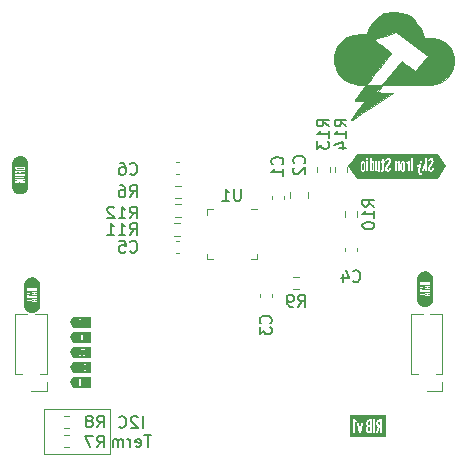
<source format=gbo>
%TF.GenerationSoftware,KiCad,Pcbnew,6.0.9-8da3e8f707~117~ubuntu22.04.1*%
%TF.CreationDate,2022-12-08T12:31:12-05:00*%
%TF.ProjectId,kicad_circular_tracks_test,6b696361-645f-4636-9972-63756c61725f,rev?*%
%TF.SameCoordinates,Original*%
%TF.FileFunction,Legend,Bot*%
%TF.FilePolarity,Positive*%
%FSLAX46Y46*%
G04 Gerber Fmt 4.6, Leading zero omitted, Abs format (unit mm)*
G04 Created by KiCad (PCBNEW 6.0.9-8da3e8f707~117~ubuntu22.04.1) date 2022-12-08 12:31:12*
%MOMM*%
%LPD*%
G01*
G04 APERTURE LIST*
%ADD10C,0.120000*%
%ADD11C,0.150000*%
%ADD12C,0.010000*%
G04 APERTURE END LIST*
D10*
X139700000Y-114808000D02*
X134112000Y-114808000D01*
X134112000Y-114808000D02*
X134112000Y-118618000D01*
X134112000Y-118618000D02*
X139700000Y-118618000D01*
X139700000Y-118618000D02*
X139700000Y-114808000D01*
D11*
X142454190Y-116397380D02*
X142454190Y-115397380D01*
X142025619Y-115492619D02*
X141978000Y-115445000D01*
X141882761Y-115397380D01*
X141644666Y-115397380D01*
X141549428Y-115445000D01*
X141501809Y-115492619D01*
X141454190Y-115587857D01*
X141454190Y-115683095D01*
X141501809Y-115825952D01*
X142073238Y-116397380D01*
X141454190Y-116397380D01*
X140454190Y-116302142D02*
X140501809Y-116349761D01*
X140644666Y-116397380D01*
X140739904Y-116397380D01*
X140882761Y-116349761D01*
X140978000Y-116254523D01*
X141025619Y-116159285D01*
X141073238Y-115968809D01*
X141073238Y-115825952D01*
X141025619Y-115635476D01*
X140978000Y-115540238D01*
X140882761Y-115445000D01*
X140739904Y-115397380D01*
X140644666Y-115397380D01*
X140501809Y-115445000D01*
X140454190Y-115492619D01*
X143168476Y-117007380D02*
X142597047Y-117007380D01*
X142882761Y-118007380D02*
X142882761Y-117007380D01*
X141882761Y-117959761D02*
X141978000Y-118007380D01*
X142168476Y-118007380D01*
X142263714Y-117959761D01*
X142311333Y-117864523D01*
X142311333Y-117483571D01*
X142263714Y-117388333D01*
X142168476Y-117340714D01*
X141978000Y-117340714D01*
X141882761Y-117388333D01*
X141835142Y-117483571D01*
X141835142Y-117578809D01*
X142311333Y-117674047D01*
X141406571Y-118007380D02*
X141406571Y-117340714D01*
X141406571Y-117531190D02*
X141358952Y-117435952D01*
X141311333Y-117388333D01*
X141216095Y-117340714D01*
X141120857Y-117340714D01*
X140787523Y-118007380D02*
X140787523Y-117340714D01*
X140787523Y-117435952D02*
X140739904Y-117388333D01*
X140644666Y-117340714D01*
X140501809Y-117340714D01*
X140406571Y-117388333D01*
X140358952Y-117483571D01*
X140358952Y-118007380D01*
X140358952Y-117483571D02*
X140311333Y-117388333D01*
X140216095Y-117340714D01*
X140073238Y-117340714D01*
X139978000Y-117388333D01*
X139930380Y-117483571D01*
X139930380Y-118007380D01*
%TO.C,R12*%
X141358857Y-98652380D02*
X141692190Y-98176190D01*
X141930285Y-98652380D02*
X141930285Y-97652380D01*
X141549333Y-97652380D01*
X141454095Y-97700000D01*
X141406476Y-97747619D01*
X141358857Y-97842857D01*
X141358857Y-97985714D01*
X141406476Y-98080952D01*
X141454095Y-98128571D01*
X141549333Y-98176190D01*
X141930285Y-98176190D01*
X140406476Y-98652380D02*
X140977904Y-98652380D01*
X140692190Y-98652380D02*
X140692190Y-97652380D01*
X140787428Y-97795238D01*
X140882666Y-97890476D01*
X140977904Y-97938095D01*
X140025523Y-97747619D02*
X139977904Y-97700000D01*
X139882666Y-97652380D01*
X139644571Y-97652380D01*
X139549333Y-97700000D01*
X139501714Y-97747619D01*
X139454095Y-97842857D01*
X139454095Y-97938095D01*
X139501714Y-98080952D01*
X140073142Y-98652380D01*
X139454095Y-98652380D01*
%TO.C,R14*%
X159702380Y-90857142D02*
X159226190Y-90523809D01*
X159702380Y-90285714D02*
X158702380Y-90285714D01*
X158702380Y-90666666D01*
X158750000Y-90761904D01*
X158797619Y-90809523D01*
X158892857Y-90857142D01*
X159035714Y-90857142D01*
X159130952Y-90809523D01*
X159178571Y-90761904D01*
X159226190Y-90666666D01*
X159226190Y-90285714D01*
X159702380Y-91809523D02*
X159702380Y-91238095D01*
X159702380Y-91523809D02*
X158702380Y-91523809D01*
X158845238Y-91428571D01*
X158940476Y-91333333D01*
X158988095Y-91238095D01*
X159035714Y-92666666D02*
X159702380Y-92666666D01*
X158654761Y-92428571D02*
X159369047Y-92190476D01*
X159369047Y-92809523D01*
%TO.C,C4*%
X160266666Y-103957142D02*
X160314285Y-104004761D01*
X160457142Y-104052380D01*
X160552380Y-104052380D01*
X160695238Y-104004761D01*
X160790476Y-103909523D01*
X160838095Y-103814285D01*
X160885714Y-103623809D01*
X160885714Y-103480952D01*
X160838095Y-103290476D01*
X160790476Y-103195238D01*
X160695238Y-103100000D01*
X160552380Y-103052380D01*
X160457142Y-103052380D01*
X160314285Y-103100000D01*
X160266666Y-103147619D01*
X159409523Y-103385714D02*
X159409523Y-104052380D01*
X159647619Y-103004761D02*
X159885714Y-103719047D01*
X159266666Y-103719047D01*
%TO.C,R10*%
X162052380Y-97657142D02*
X161576190Y-97323809D01*
X162052380Y-97085714D02*
X161052380Y-97085714D01*
X161052380Y-97466666D01*
X161100000Y-97561904D01*
X161147619Y-97609523D01*
X161242857Y-97657142D01*
X161385714Y-97657142D01*
X161480952Y-97609523D01*
X161528571Y-97561904D01*
X161576190Y-97466666D01*
X161576190Y-97085714D01*
X162052380Y-98609523D02*
X162052380Y-98038095D01*
X162052380Y-98323809D02*
X161052380Y-98323809D01*
X161195238Y-98228571D01*
X161290476Y-98133333D01*
X161338095Y-98038095D01*
X161052380Y-99228571D02*
X161052380Y-99323809D01*
X161100000Y-99419047D01*
X161147619Y-99466666D01*
X161242857Y-99514285D01*
X161433333Y-99561904D01*
X161671428Y-99561904D01*
X161861904Y-99514285D01*
X161957142Y-99466666D01*
X162004761Y-99419047D01*
X162052380Y-99323809D01*
X162052380Y-99228571D01*
X162004761Y-99133333D01*
X161957142Y-99085714D01*
X161861904Y-99038095D01*
X161671428Y-98990476D01*
X161433333Y-98990476D01*
X161242857Y-99038095D01*
X161147619Y-99085714D01*
X161100000Y-99133333D01*
X161052380Y-99228571D01*
%TO.C,U1*%
X150761904Y-96152380D02*
X150761904Y-96961904D01*
X150714285Y-97057142D01*
X150666666Y-97104761D01*
X150571428Y-97152380D01*
X150380952Y-97152380D01*
X150285714Y-97104761D01*
X150238095Y-97057142D01*
X150190476Y-96961904D01*
X150190476Y-96152380D01*
X149190476Y-97152380D02*
X149761904Y-97152380D01*
X149476190Y-97152380D02*
X149476190Y-96152380D01*
X149571428Y-96295238D01*
X149666666Y-96390476D01*
X149761904Y-96438095D01*
%TO.C,C6*%
X141390666Y-94857142D02*
X141438285Y-94904761D01*
X141581142Y-94952380D01*
X141676380Y-94952380D01*
X141819238Y-94904761D01*
X141914476Y-94809523D01*
X141962095Y-94714285D01*
X142009714Y-94523809D01*
X142009714Y-94380952D01*
X141962095Y-94190476D01*
X141914476Y-94095238D01*
X141819238Y-94000000D01*
X141676380Y-93952380D01*
X141581142Y-93952380D01*
X141438285Y-94000000D01*
X141390666Y-94047619D01*
X140533523Y-93952380D02*
X140724000Y-93952380D01*
X140819238Y-94000000D01*
X140866857Y-94047619D01*
X140962095Y-94190476D01*
X141009714Y-94380952D01*
X141009714Y-94761904D01*
X140962095Y-94857142D01*
X140914476Y-94904761D01*
X140819238Y-94952380D01*
X140628761Y-94952380D01*
X140533523Y-94904761D01*
X140485904Y-94857142D01*
X140438285Y-94761904D01*
X140438285Y-94523809D01*
X140485904Y-94428571D01*
X140533523Y-94380952D01*
X140628761Y-94333333D01*
X140819238Y-94333333D01*
X140914476Y-94380952D01*
X140962095Y-94428571D01*
X141009714Y-94523809D01*
%TO.C,R7*%
X138591666Y-118052380D02*
X138925000Y-117576190D01*
X139163095Y-118052380D02*
X139163095Y-117052380D01*
X138782142Y-117052380D01*
X138686904Y-117100000D01*
X138639285Y-117147619D01*
X138591666Y-117242857D01*
X138591666Y-117385714D01*
X138639285Y-117480952D01*
X138686904Y-117528571D01*
X138782142Y-117576190D01*
X139163095Y-117576190D01*
X138258333Y-117052380D02*
X137591666Y-117052380D01*
X138020238Y-118052380D01*
%TO.C,C3*%
X153265142Y-107529333D02*
X153312761Y-107481714D01*
X153360380Y-107338857D01*
X153360380Y-107243619D01*
X153312761Y-107100761D01*
X153217523Y-107005523D01*
X153122285Y-106957904D01*
X152931809Y-106910285D01*
X152788952Y-106910285D01*
X152598476Y-106957904D01*
X152503238Y-107005523D01*
X152408000Y-107100761D01*
X152360380Y-107243619D01*
X152360380Y-107338857D01*
X152408000Y-107481714D01*
X152455619Y-107529333D01*
X152360380Y-107862666D02*
X152360380Y-108481714D01*
X152741333Y-108148380D01*
X152741333Y-108291238D01*
X152788952Y-108386476D01*
X152836571Y-108434095D01*
X152931809Y-108481714D01*
X153169904Y-108481714D01*
X153265142Y-108434095D01*
X153312761Y-108386476D01*
X153360380Y-108291238D01*
X153360380Y-108005523D01*
X153312761Y-107910285D01*
X153265142Y-107862666D01*
%TO.C,R11*%
X141358857Y-100052380D02*
X141692190Y-99576190D01*
X141930285Y-100052380D02*
X141930285Y-99052380D01*
X141549333Y-99052380D01*
X141454095Y-99100000D01*
X141406476Y-99147619D01*
X141358857Y-99242857D01*
X141358857Y-99385714D01*
X141406476Y-99480952D01*
X141454095Y-99528571D01*
X141549333Y-99576190D01*
X141930285Y-99576190D01*
X140406476Y-100052380D02*
X140977904Y-100052380D01*
X140692190Y-100052380D02*
X140692190Y-99052380D01*
X140787428Y-99195238D01*
X140882666Y-99290476D01*
X140977904Y-99338095D01*
X139454095Y-100052380D02*
X140025523Y-100052380D01*
X139739809Y-100052380D02*
X139739809Y-99052380D01*
X139835047Y-99195238D01*
X139930285Y-99290476D01*
X140025523Y-99338095D01*
%TO.C,R6*%
X141366666Y-96852380D02*
X141700000Y-96376190D01*
X141938095Y-96852380D02*
X141938095Y-95852380D01*
X141557142Y-95852380D01*
X141461904Y-95900000D01*
X141414285Y-95947619D01*
X141366666Y-96042857D01*
X141366666Y-96185714D01*
X141414285Y-96280952D01*
X141461904Y-96328571D01*
X141557142Y-96376190D01*
X141938095Y-96376190D01*
X140509523Y-95852380D02*
X140700000Y-95852380D01*
X140795238Y-95900000D01*
X140842857Y-95947619D01*
X140938095Y-96090476D01*
X140985714Y-96280952D01*
X140985714Y-96661904D01*
X140938095Y-96757142D01*
X140890476Y-96804761D01*
X140795238Y-96852380D01*
X140604761Y-96852380D01*
X140509523Y-96804761D01*
X140461904Y-96757142D01*
X140414285Y-96661904D01*
X140414285Y-96423809D01*
X140461904Y-96328571D01*
X140509523Y-96280952D01*
X140604761Y-96233333D01*
X140795238Y-96233333D01*
X140890476Y-96280952D01*
X140938095Y-96328571D01*
X140985714Y-96423809D01*
%TO.C,R9*%
X155614666Y-106116380D02*
X155948000Y-105640190D01*
X156186095Y-106116380D02*
X156186095Y-105116380D01*
X155805142Y-105116380D01*
X155709904Y-105164000D01*
X155662285Y-105211619D01*
X155614666Y-105306857D01*
X155614666Y-105449714D01*
X155662285Y-105544952D01*
X155709904Y-105592571D01*
X155805142Y-105640190D01*
X156186095Y-105640190D01*
X155138476Y-106116380D02*
X154948000Y-106116380D01*
X154852761Y-106068761D01*
X154805142Y-106021142D01*
X154709904Y-105878285D01*
X154662285Y-105687809D01*
X154662285Y-105306857D01*
X154709904Y-105211619D01*
X154757523Y-105164000D01*
X154852761Y-105116380D01*
X155043238Y-105116380D01*
X155138476Y-105164000D01*
X155186095Y-105211619D01*
X155233714Y-105306857D01*
X155233714Y-105544952D01*
X155186095Y-105640190D01*
X155138476Y-105687809D01*
X155043238Y-105735428D01*
X154852761Y-105735428D01*
X154757523Y-105687809D01*
X154709904Y-105640190D01*
X154662285Y-105544952D01*
%TO.C,C1*%
X154257142Y-94083333D02*
X154304761Y-94035714D01*
X154352380Y-93892857D01*
X154352380Y-93797619D01*
X154304761Y-93654761D01*
X154209523Y-93559523D01*
X154114285Y-93511904D01*
X153923809Y-93464285D01*
X153780952Y-93464285D01*
X153590476Y-93511904D01*
X153495238Y-93559523D01*
X153400000Y-93654761D01*
X153352380Y-93797619D01*
X153352380Y-93892857D01*
X153400000Y-94035714D01*
X153447619Y-94083333D01*
X154352380Y-95035714D02*
X154352380Y-94464285D01*
X154352380Y-94750000D02*
X153352380Y-94750000D01*
X153495238Y-94654761D01*
X153590476Y-94559523D01*
X153638095Y-94464285D01*
%TO.C,R13*%
X158202380Y-90857142D02*
X157726190Y-90523809D01*
X158202380Y-90285714D02*
X157202380Y-90285714D01*
X157202380Y-90666666D01*
X157250000Y-90761904D01*
X157297619Y-90809523D01*
X157392857Y-90857142D01*
X157535714Y-90857142D01*
X157630952Y-90809523D01*
X157678571Y-90761904D01*
X157726190Y-90666666D01*
X157726190Y-90285714D01*
X158202380Y-91809523D02*
X158202380Y-91238095D01*
X158202380Y-91523809D02*
X157202380Y-91523809D01*
X157345238Y-91428571D01*
X157440476Y-91333333D01*
X157488095Y-91238095D01*
X157202380Y-92142857D02*
X157202380Y-92761904D01*
X157583333Y-92428571D01*
X157583333Y-92571428D01*
X157630952Y-92666666D01*
X157678571Y-92714285D01*
X157773809Y-92761904D01*
X158011904Y-92761904D01*
X158107142Y-92714285D01*
X158154761Y-92666666D01*
X158202380Y-92571428D01*
X158202380Y-92285714D01*
X158154761Y-92190476D01*
X158107142Y-92142857D01*
%TO.C,C5*%
X141390666Y-101449142D02*
X141438285Y-101496761D01*
X141581142Y-101544380D01*
X141676380Y-101544380D01*
X141819238Y-101496761D01*
X141914476Y-101401523D01*
X141962095Y-101306285D01*
X142009714Y-101115809D01*
X142009714Y-100972952D01*
X141962095Y-100782476D01*
X141914476Y-100687238D01*
X141819238Y-100592000D01*
X141676380Y-100544380D01*
X141581142Y-100544380D01*
X141438285Y-100592000D01*
X141390666Y-100639619D01*
X140485904Y-100544380D02*
X140962095Y-100544380D01*
X141009714Y-101020571D01*
X140962095Y-100972952D01*
X140866857Y-100925333D01*
X140628761Y-100925333D01*
X140533523Y-100972952D01*
X140485904Y-101020571D01*
X140438285Y-101115809D01*
X140438285Y-101353904D01*
X140485904Y-101449142D01*
X140533523Y-101496761D01*
X140628761Y-101544380D01*
X140866857Y-101544380D01*
X140962095Y-101496761D01*
X141009714Y-101449142D01*
%TO.C,R8*%
X138591666Y-116352380D02*
X138925000Y-115876190D01*
X139163095Y-116352380D02*
X139163095Y-115352380D01*
X138782142Y-115352380D01*
X138686904Y-115400000D01*
X138639285Y-115447619D01*
X138591666Y-115542857D01*
X138591666Y-115685714D01*
X138639285Y-115780952D01*
X138686904Y-115828571D01*
X138782142Y-115876190D01*
X139163095Y-115876190D01*
X138020238Y-115780952D02*
X138115476Y-115733333D01*
X138163095Y-115685714D01*
X138210714Y-115590476D01*
X138210714Y-115542857D01*
X138163095Y-115447619D01*
X138115476Y-115400000D01*
X138020238Y-115352380D01*
X137829761Y-115352380D01*
X137734523Y-115400000D01*
X137686904Y-115447619D01*
X137639285Y-115542857D01*
X137639285Y-115590476D01*
X137686904Y-115685714D01*
X137734523Y-115733333D01*
X137829761Y-115780952D01*
X138020238Y-115780952D01*
X138115476Y-115828571D01*
X138163095Y-115876190D01*
X138210714Y-115971428D01*
X138210714Y-116161904D01*
X138163095Y-116257142D01*
X138115476Y-116304761D01*
X138020238Y-116352380D01*
X137829761Y-116352380D01*
X137734523Y-116304761D01*
X137686904Y-116257142D01*
X137639285Y-116161904D01*
X137639285Y-115971428D01*
X137686904Y-115876190D01*
X137734523Y-115828571D01*
X137829761Y-115780952D01*
%TO.C,C2*%
X156107142Y-93983333D02*
X156154761Y-93935714D01*
X156202380Y-93792857D01*
X156202380Y-93697619D01*
X156154761Y-93554761D01*
X156059523Y-93459523D01*
X155964285Y-93411904D01*
X155773809Y-93364285D01*
X155630952Y-93364285D01*
X155440476Y-93411904D01*
X155345238Y-93459523D01*
X155250000Y-93554761D01*
X155202380Y-93697619D01*
X155202380Y-93792857D01*
X155250000Y-93935714D01*
X155297619Y-93983333D01*
X155297619Y-94364285D02*
X155250000Y-94411904D01*
X155202380Y-94507142D01*
X155202380Y-94745238D01*
X155250000Y-94840476D01*
X155297619Y-94888095D01*
X155392857Y-94935714D01*
X155488095Y-94935714D01*
X155630952Y-94888095D01*
X156202380Y-94316666D01*
X156202380Y-94935714D01*
%TO.C,kibuzzard-63921E31*%
G36*
X132771779Y-95995005D02*
G01*
X132761770Y-96062483D01*
X132745195Y-96128655D01*
X132722213Y-96192884D01*
X132693047Y-96254551D01*
X132657977Y-96313062D01*
X132617340Y-96367854D01*
X132571529Y-96418399D01*
X132520984Y-96464210D01*
X132466192Y-96504847D01*
X132407680Y-96539917D01*
X132346013Y-96569084D01*
X132281785Y-96592065D01*
X132215612Y-96608640D01*
X132148134Y-96618650D01*
X132080000Y-96621997D01*
X132011866Y-96618650D01*
X131944388Y-96608640D01*
X131878215Y-96592065D01*
X131813987Y-96569084D01*
X131752320Y-96539917D01*
X131693808Y-96504847D01*
X131639016Y-96464210D01*
X131588471Y-96418399D01*
X131542660Y-96367854D01*
X131502023Y-96313062D01*
X131466953Y-96254551D01*
X131437787Y-96192884D01*
X131414805Y-96128655D01*
X131398230Y-96062483D01*
X131388221Y-95995005D01*
X131384873Y-95926870D01*
X131384873Y-95560952D01*
X131632920Y-95560952D01*
X131650482Y-95619590D01*
X131695428Y-95655606D01*
X131753471Y-95673763D01*
X131810323Y-95678823D01*
X131956770Y-95678823D01*
X131956770Y-95580002D01*
X131805561Y-95580002D01*
X131774307Y-95577025D01*
X131757936Y-95560952D01*
X131774009Y-95545771D01*
X131805561Y-95543092D01*
X132365155Y-95543092D01*
X132398492Y-95546962D01*
X132412780Y-95563928D01*
X132397599Y-95582680D01*
X132365155Y-95587145D01*
X132202039Y-95587145D01*
X132202039Y-95565714D01*
X132081786Y-95565714D01*
X132081786Y-95678823D01*
X132517555Y-95678823D01*
X132517555Y-95627627D01*
X132485408Y-95616911D01*
X132516364Y-95589824D01*
X132527080Y-95545473D01*
X132499398Y-95479394D01*
X132430639Y-95450223D01*
X132349677Y-95443080D01*
X131810323Y-95443080D01*
X131729956Y-95454093D01*
X131660900Y-95490705D01*
X131632920Y-95560952D01*
X131384873Y-95560952D01*
X131384873Y-95401408D01*
X131642445Y-95401408D01*
X132349677Y-95401408D01*
X132439271Y-95392180D01*
X132503267Y-95357652D01*
X132527080Y-95284727D01*
X132503565Y-95211503D01*
X132439569Y-95176380D01*
X132349677Y-95166855D01*
X131642445Y-95166855D01*
X131642445Y-95265677D01*
X132349677Y-95265677D01*
X132388372Y-95269546D01*
X132402064Y-95284727D01*
X132388074Y-95299014D01*
X132349677Y-95302586D01*
X131642445Y-95302586D01*
X131642445Y-95401408D01*
X131384873Y-95401408D01*
X131384873Y-94865627D01*
X131642445Y-94865627D01*
X131642445Y-94952542D01*
X131671616Y-95038863D01*
X131751685Y-95084999D01*
X131806379Y-95095492D01*
X131868664Y-95098989D01*
X131924921Y-95096459D01*
X131978202Y-95088869D01*
X132055592Y-95044220D01*
X132134471Y-95089464D01*
X132196458Y-95098394D01*
X132269905Y-95101370D01*
X132337026Y-95097575D01*
X132396706Y-95086190D01*
X132446787Y-95067289D01*
X132485110Y-95040946D01*
X132517555Y-94965639D01*
X132517555Y-94865627D01*
X131642445Y-94865627D01*
X131384873Y-94865627D01*
X131384873Y-94620358D01*
X131642445Y-94620358D01*
X131642445Y-94818002D01*
X131774605Y-94818002D01*
X131774605Y-94719180D01*
X132010348Y-94719180D01*
X132010348Y-94796570D01*
X132138936Y-94796570D01*
X132138936Y-94719180D01*
X132385395Y-94719180D01*
X132385395Y-94818002D01*
X132517555Y-94818002D01*
X132517555Y-94620358D01*
X131642445Y-94620358D01*
X131384873Y-94620358D01*
X131384873Y-94313177D01*
X131642445Y-94313177D01*
X131642445Y-94389377D01*
X131672509Y-94475102D01*
X131709344Y-94503974D01*
X131759722Y-94525108D01*
X131822825Y-94539619D01*
X131897834Y-94548623D01*
X131984006Y-94553311D01*
X132080595Y-94554873D01*
X132180385Y-94553013D01*
X132267821Y-94547432D01*
X132342682Y-94537312D01*
X132404743Y-94521834D01*
X132453633Y-94500254D01*
X132488980Y-94471827D01*
X132517555Y-94391163D01*
X132517555Y-94313177D01*
X131642445Y-94313177D01*
X131384873Y-94313177D01*
X131384873Y-94065130D01*
X131388221Y-93996995D01*
X131398230Y-93929517D01*
X131414805Y-93863345D01*
X131437787Y-93799116D01*
X131466953Y-93737449D01*
X131502023Y-93678938D01*
X131542660Y-93624146D01*
X131588471Y-93573601D01*
X131639016Y-93527790D01*
X131693808Y-93487153D01*
X131752320Y-93452083D01*
X131813987Y-93422916D01*
X131878215Y-93399935D01*
X131944388Y-93383360D01*
X132011866Y-93373350D01*
X132080000Y-93370003D01*
X132148134Y-93373350D01*
X132215612Y-93383360D01*
X132281785Y-93399935D01*
X132346013Y-93422916D01*
X132407680Y-93452083D01*
X132466192Y-93487153D01*
X132520984Y-93527790D01*
X132571529Y-93573601D01*
X132617340Y-93624146D01*
X132657977Y-93678938D01*
X132693047Y-93737449D01*
X132722213Y-93799116D01*
X132745195Y-93863345D01*
X132761770Y-93929517D01*
X132771779Y-93996995D01*
X132775127Y-94065130D01*
X132775127Y-95926870D01*
X132771779Y-95995005D01*
G37*
G36*
X132350570Y-94440276D02*
G01*
X132304433Y-94447345D01*
X132242818Y-94451289D01*
X132167734Y-94453075D01*
X132081191Y-94453670D01*
X131994498Y-94453075D01*
X131918968Y-94451289D01*
X131856758Y-94447345D01*
X131810026Y-94440276D01*
X131771033Y-94411998D01*
X132388967Y-94411998D01*
X132350570Y-94440276D01*
G37*
G36*
X132352653Y-94993619D02*
G01*
X132255617Y-95001358D01*
X132159177Y-94993916D01*
X132121077Y-94964448D01*
X132390158Y-94964448D01*
X132352653Y-94993619D01*
G37*
G36*
X131967784Y-94992428D02*
G01*
X131886523Y-94998381D01*
X131803477Y-94992726D01*
X131769842Y-94964448D01*
X132003205Y-94964448D01*
X131967784Y-94992428D01*
G37*
%TO.C,kibuzzard-63921DF1*%
G36*
X167052300Y-105542487D02*
G01*
X167042428Y-105609040D01*
X167026080Y-105674306D01*
X167003413Y-105737654D01*
X166974647Y-105798476D01*
X166940057Y-105856186D01*
X166899977Y-105910227D01*
X166854794Y-105960079D01*
X166804941Y-106005263D01*
X166750900Y-106045343D01*
X166693190Y-106079933D01*
X166632368Y-106108699D01*
X166569020Y-106131366D01*
X166503754Y-106147714D01*
X166437201Y-106157586D01*
X166370000Y-106160888D01*
X166302799Y-106157586D01*
X166236246Y-106147714D01*
X166170980Y-106131366D01*
X166107632Y-106108699D01*
X166046810Y-106079933D01*
X165989100Y-106045343D01*
X165935059Y-106005263D01*
X165885206Y-105960079D01*
X165840023Y-105910227D01*
X165799943Y-105856186D01*
X165765353Y-105798476D01*
X165736587Y-105737654D01*
X165713920Y-105674306D01*
X165697572Y-105609040D01*
X165687700Y-105542487D01*
X165684398Y-105475286D01*
X165684398Y-105027214D01*
X165932445Y-105027214D01*
X165932445Y-105142705D01*
X166807555Y-105227239D01*
X166807555Y-105124845D01*
X166628961Y-105111748D01*
X166628961Y-105056980D01*
X166807555Y-105043883D01*
X166807555Y-104941489D01*
X165932445Y-105027214D01*
X165684398Y-105027214D01*
X165684398Y-104917677D01*
X165932445Y-104917677D01*
X166064605Y-104917677D01*
X166064605Y-104845048D01*
X166807555Y-104845048D01*
X166807555Y-104746227D01*
X166064605Y-104746227D01*
X166064605Y-104673598D01*
X165932445Y-104673598D01*
X165932445Y-104917677D01*
X165684398Y-104917677D01*
X165684398Y-104449761D01*
X165932445Y-104449761D01*
X165932445Y-104565252D01*
X166807555Y-104649786D01*
X166807555Y-104547392D01*
X166628961Y-104534295D01*
X166628961Y-104479527D01*
X166807555Y-104466430D01*
X166807555Y-104364036D01*
X165932445Y-104449761D01*
X165684398Y-104449761D01*
X165684398Y-104068761D01*
X165932445Y-104068761D01*
X165932445Y-104144961D01*
X165962509Y-104230686D01*
X165999344Y-104259559D01*
X166049722Y-104280692D01*
X166112825Y-104295203D01*
X166187834Y-104304207D01*
X166274006Y-104308895D01*
X166370595Y-104310458D01*
X166470385Y-104308597D01*
X166557821Y-104303016D01*
X166632682Y-104292896D01*
X166694743Y-104277418D01*
X166743633Y-104255838D01*
X166778980Y-104227412D01*
X166807555Y-104146747D01*
X166807555Y-104068761D01*
X165932445Y-104068761D01*
X165684398Y-104068761D01*
X165684398Y-103820714D01*
X165687700Y-103753513D01*
X165697572Y-103686960D01*
X165713920Y-103621694D01*
X165736587Y-103558346D01*
X165765353Y-103497524D01*
X165799943Y-103439814D01*
X165840023Y-103385773D01*
X165885206Y-103335921D01*
X165935059Y-103290737D01*
X165989100Y-103250657D01*
X166046810Y-103216067D01*
X166107632Y-103187301D01*
X166170980Y-103164634D01*
X166236246Y-103148286D01*
X166302799Y-103138414D01*
X166370000Y-103135112D01*
X166437201Y-103138414D01*
X166503754Y-103148286D01*
X166569020Y-103164634D01*
X166632368Y-103187301D01*
X166693190Y-103216067D01*
X166750900Y-103250657D01*
X166804941Y-103290737D01*
X166854794Y-103335921D01*
X166899977Y-103385773D01*
X166940057Y-103439814D01*
X166974647Y-103497524D01*
X167003413Y-103558346D01*
X167026080Y-103621694D01*
X167042428Y-103686960D01*
X167052300Y-103753513D01*
X167055602Y-103820714D01*
X167055602Y-105475286D01*
X167052300Y-105542487D01*
G37*
G36*
X166640570Y-104195860D02*
G01*
X166594433Y-104202929D01*
X166532818Y-104206873D01*
X166457734Y-104208659D01*
X166371191Y-104209255D01*
X166284498Y-104208659D01*
X166208968Y-104206873D01*
X166146758Y-104202929D01*
X166100026Y-104195860D01*
X166061033Y-104167583D01*
X166678967Y-104167583D01*
X166640570Y-104195860D01*
G37*
G36*
X166506327Y-104527747D02*
G01*
X166164022Y-104508102D01*
X166145567Y-104508102D01*
X166145567Y-104505720D01*
X166164022Y-104505720D01*
X166506327Y-104487266D01*
X166506327Y-104527747D01*
G37*
G36*
X166506327Y-105105200D02*
G01*
X166164022Y-105085555D01*
X166145567Y-105085555D01*
X166145567Y-105083173D01*
X166164022Y-105083173D01*
X166506327Y-105064719D01*
X166506327Y-105105200D01*
G37*
G36*
X133778300Y-106050487D02*
G01*
X133768428Y-106117040D01*
X133752080Y-106182306D01*
X133729413Y-106245654D01*
X133700647Y-106306476D01*
X133666057Y-106364186D01*
X133625977Y-106418227D01*
X133580794Y-106468079D01*
X133530941Y-106513263D01*
X133476900Y-106553343D01*
X133419190Y-106587933D01*
X133358368Y-106616699D01*
X133295020Y-106639366D01*
X133229754Y-106655714D01*
X133163201Y-106665586D01*
X133096000Y-106668888D01*
X133028799Y-106665586D01*
X132962246Y-106655714D01*
X132896980Y-106639366D01*
X132833632Y-106616699D01*
X132772810Y-106587933D01*
X132715100Y-106553343D01*
X132661059Y-106513263D01*
X132611206Y-106468079D01*
X132566023Y-106418227D01*
X132525943Y-106364186D01*
X132491353Y-106306476D01*
X132462587Y-106245654D01*
X132439920Y-106182306D01*
X132423572Y-106117040D01*
X132413700Y-106050487D01*
X132410398Y-105983286D01*
X132410398Y-105535214D01*
X132658445Y-105535214D01*
X132658445Y-105650705D01*
X133533555Y-105735239D01*
X133533555Y-105632845D01*
X133354961Y-105619748D01*
X133354961Y-105564980D01*
X133533555Y-105551883D01*
X133533555Y-105449489D01*
X132658445Y-105535214D01*
X132410398Y-105535214D01*
X132410398Y-105425677D01*
X132658445Y-105425677D01*
X132790605Y-105425677D01*
X132790605Y-105353048D01*
X133533555Y-105353048D01*
X133533555Y-105254227D01*
X132790605Y-105254227D01*
X132790605Y-105181598D01*
X132658445Y-105181598D01*
X132658445Y-105425677D01*
X132410398Y-105425677D01*
X132410398Y-104957761D01*
X132658445Y-104957761D01*
X132658445Y-105073252D01*
X133533555Y-105157786D01*
X133533555Y-105055392D01*
X133354961Y-105042295D01*
X133354961Y-104987527D01*
X133533555Y-104974430D01*
X133533555Y-104872036D01*
X132658445Y-104957761D01*
X132410398Y-104957761D01*
X132410398Y-104576761D01*
X132658445Y-104576761D01*
X132658445Y-104652961D01*
X132688509Y-104738686D01*
X132725344Y-104767559D01*
X132775722Y-104788692D01*
X132838825Y-104803203D01*
X132913834Y-104812207D01*
X133000006Y-104816895D01*
X133096595Y-104818458D01*
X133196385Y-104816597D01*
X133283821Y-104811016D01*
X133358682Y-104800896D01*
X133420743Y-104785418D01*
X133469633Y-104763838D01*
X133504980Y-104735412D01*
X133533555Y-104654747D01*
X133533555Y-104576761D01*
X132658445Y-104576761D01*
X132410398Y-104576761D01*
X132410398Y-104328714D01*
X132413700Y-104261513D01*
X132423572Y-104194960D01*
X132439920Y-104129694D01*
X132462587Y-104066346D01*
X132491353Y-104005524D01*
X132525943Y-103947814D01*
X132566023Y-103893773D01*
X132611206Y-103843921D01*
X132661059Y-103798737D01*
X132715100Y-103758657D01*
X132772810Y-103724067D01*
X132833632Y-103695301D01*
X132896980Y-103672634D01*
X132962246Y-103656286D01*
X133028799Y-103646414D01*
X133096000Y-103643112D01*
X133163201Y-103646414D01*
X133229754Y-103656286D01*
X133295020Y-103672634D01*
X133358368Y-103695301D01*
X133419190Y-103724067D01*
X133476900Y-103758657D01*
X133530941Y-103798737D01*
X133580794Y-103843921D01*
X133625977Y-103893773D01*
X133666057Y-103947814D01*
X133700647Y-104005524D01*
X133729413Y-104066346D01*
X133752080Y-104129694D01*
X133768428Y-104194960D01*
X133778300Y-104261513D01*
X133781602Y-104328714D01*
X133781602Y-105983286D01*
X133778300Y-106050487D01*
G37*
G36*
X133366570Y-104703860D02*
G01*
X133320433Y-104710929D01*
X133258818Y-104714873D01*
X133183734Y-104716659D01*
X133097191Y-104717255D01*
X133010498Y-104716659D01*
X132934968Y-104714873D01*
X132872758Y-104710929D01*
X132826026Y-104703860D01*
X132787033Y-104675583D01*
X133404967Y-104675583D01*
X133366570Y-104703860D01*
G37*
G36*
X133232327Y-105035747D02*
G01*
X132890022Y-105016102D01*
X132871567Y-105016102D01*
X132871567Y-105013720D01*
X132890022Y-105013720D01*
X133232327Y-104995266D01*
X133232327Y-105035747D01*
G37*
G36*
X133232327Y-105613200D02*
G01*
X132890022Y-105593555D01*
X132871567Y-105593555D01*
X132871567Y-105591173D01*
X132890022Y-105591173D01*
X133232327Y-105572719D01*
X133232327Y-105613200D01*
G37*
%TO.C,kibuzzard-63921D08*%
G36*
X136257922Y-107442000D02*
G01*
X136393653Y-107238403D01*
X137088122Y-107238403D01*
X137136540Y-107238403D01*
X137136540Y-107733703D01*
X137202422Y-107733703D01*
X137274653Y-107733703D01*
X137330215Y-107733703D01*
X137372284Y-107483672D01*
X137376650Y-107438428D01*
X137377840Y-107438428D01*
X137377840Y-107733703D01*
X137438959Y-107733703D01*
X137470709Y-107733703D01*
X137536590Y-107733703D01*
X137536590Y-107150297D01*
X137470709Y-107150297D01*
X137470709Y-107733703D01*
X137438959Y-107733703D01*
X137438959Y-107150297D01*
X137379428Y-107150297D01*
X137340931Y-107402709D01*
X137336962Y-107437634D01*
X137335772Y-107437634D01*
X137335772Y-107150297D01*
X137274653Y-107150297D01*
X137274653Y-107733703D01*
X137202422Y-107733703D01*
X137202422Y-107238403D01*
X137250840Y-107238403D01*
X137250840Y-107150297D01*
X137088122Y-107150297D01*
X137088122Y-107238403D01*
X136393653Y-107238403D01*
X136562634Y-106984932D01*
X138062078Y-106984932D01*
X138062078Y-107899068D01*
X136562634Y-107899068D01*
X136257922Y-107442000D01*
G37*
%TO.C,kibuzzard-63921CFB*%
G36*
X136255806Y-108712000D02*
G01*
X136564751Y-108248582D01*
X138064194Y-108248582D01*
X138064194Y-109175418D01*
X136564751Y-109175418D01*
X136450274Y-109003703D01*
X137019991Y-109003703D01*
X137088254Y-109003703D01*
X137096985Y-108884641D01*
X137133498Y-108884641D01*
X137142229Y-109003703D01*
X137210491Y-109003703D01*
X137181955Y-108712397D01*
X137246210Y-108712397D01*
X137247450Y-108778923D01*
X137251171Y-108837214D01*
X137257918Y-108887121D01*
X137268237Y-108928495D01*
X137282623Y-108961089D01*
X137301574Y-108984653D01*
X137355351Y-109003703D01*
X137407341Y-109003703D01*
X137407341Y-108867178D01*
X137447029Y-108867178D01*
X137450005Y-108912620D01*
X137461515Y-108959452D01*
X137485724Y-108995766D01*
X137527198Y-109010053D01*
X137569465Y-108995170D01*
X137594071Y-108955681D01*
X137605779Y-108901111D01*
X137608954Y-108840984D01*
X137544660Y-108831459D01*
X137544263Y-108854280D01*
X137542279Y-108888213D01*
X137537119Y-108918772D01*
X137527198Y-108931472D01*
X137515887Y-108917184D01*
X137513704Y-108875116D01*
X137516085Y-108840538D01*
X137523229Y-108805067D01*
X137536524Y-108765925D01*
X137557360Y-108720334D01*
X137579982Y-108665963D01*
X137597444Y-108605439D01*
X137604191Y-108550472D01*
X137601016Y-108504434D01*
X137589705Y-108460183D01*
X137566687Y-108426845D01*
X137527991Y-108413947D01*
X137483343Y-108427639D01*
X137459729Y-108463953D01*
X137450402Y-108513761D01*
X137448616Y-108567934D01*
X137513704Y-108577459D01*
X137513902Y-108555631D01*
X137515291Y-108527255D01*
X137519062Y-108502648D01*
X137526404Y-108492528D01*
X137535532Y-108508602D01*
X137537516Y-108550472D01*
X137527991Y-108612186D01*
X137515887Y-108647657D01*
X137498623Y-108687791D01*
X137476794Y-108736954D01*
X137460523Y-108781255D01*
X137450402Y-108823671D01*
X137447029Y-108867178D01*
X137407341Y-108867178D01*
X137407341Y-108420297D01*
X137356541Y-108420297D01*
X137299391Y-108440339D01*
X137280143Y-108464896D01*
X137266054Y-108498481D01*
X137256380Y-108540550D01*
X137250377Y-108590556D01*
X137247252Y-108648004D01*
X137246210Y-108712397D01*
X137181955Y-108712397D01*
X137153341Y-108420297D01*
X137076348Y-108420297D01*
X137019991Y-109003703D01*
X136450274Y-109003703D01*
X136255806Y-108712000D01*
G37*
G36*
X137341460Y-108917978D02*
G01*
X137322609Y-108892380D01*
X137317896Y-108861622D01*
X137315266Y-108820545D01*
X137314076Y-108770489D01*
X137313679Y-108712794D01*
X137314076Y-108654999D01*
X137315266Y-108604645D01*
X137317896Y-108563172D01*
X137322609Y-108532017D01*
X137341460Y-108506022D01*
X137341460Y-108917978D01*
G37*
G36*
X137116035Y-108574681D02*
G01*
X137128338Y-108802884D01*
X137101351Y-108802884D01*
X137114448Y-108574681D01*
X137114448Y-108562378D01*
X137116035Y-108562378D01*
X137116035Y-108574681D01*
G37*
%TO.C,kibuzzard-63921CF0*%
G36*
X136255806Y-109982000D02*
G01*
X136564751Y-109518582D01*
X138064194Y-109518582D01*
X138064194Y-110445418D01*
X136564751Y-110445418D01*
X136450274Y-110273703D01*
X137056504Y-110273703D01*
X137190648Y-110273703D01*
X137190648Y-110161784D01*
X137218429Y-110161784D01*
X137225573Y-110219331D01*
X137249782Y-110263186D01*
X137297010Y-110280053D01*
X137344834Y-110261202D01*
X137368249Y-110214966D01*
X137374798Y-110161784D01*
X137374798Y-110137178D01*
X137410516Y-110137178D01*
X137413493Y-110182620D01*
X137425002Y-110229452D01*
X137449212Y-110265766D01*
X137490685Y-110280053D01*
X137532952Y-110265170D01*
X137557559Y-110225681D01*
X137569266Y-110171111D01*
X137572441Y-110110984D01*
X137508148Y-110101459D01*
X137507751Y-110124280D01*
X137505766Y-110158213D01*
X137500607Y-110188772D01*
X137490685Y-110201472D01*
X137479374Y-110187184D01*
X137477191Y-110145116D01*
X137479573Y-110110538D01*
X137486716Y-110075067D01*
X137500012Y-110035925D01*
X137520848Y-109990334D01*
X137543469Y-109935963D01*
X137560932Y-109875439D01*
X137567679Y-109820472D01*
X137564504Y-109774434D01*
X137553193Y-109730183D01*
X137530174Y-109696845D01*
X137491479Y-109683947D01*
X137446830Y-109697639D01*
X137423216Y-109733953D01*
X137413890Y-109783761D01*
X137412104Y-109837934D01*
X137477191Y-109847459D01*
X137477390Y-109825631D01*
X137478779Y-109797255D01*
X137482549Y-109772648D01*
X137489891Y-109762528D01*
X137499019Y-109778602D01*
X137501004Y-109820472D01*
X137491479Y-109882186D01*
X137479374Y-109917657D01*
X137462110Y-109957791D01*
X137440282Y-110006954D01*
X137424010Y-110051255D01*
X137413890Y-110093671D01*
X137410516Y-110137178D01*
X137374798Y-110137178D01*
X137374798Y-109802216D01*
X137367654Y-109749034D01*
X137343643Y-109702798D01*
X137297010Y-109683947D01*
X137257918Y-109696250D01*
X137233907Y-109727603D01*
X137221802Y-109766695D01*
X137218429Y-109802216D01*
X137218429Y-109890322D01*
X137282723Y-109890322D01*
X137282723Y-109799041D01*
X137284509Y-109778403D01*
X137295423Y-109767291D01*
X137305741Y-109778403D01*
X137307329Y-109799041D01*
X137307329Y-110164959D01*
X137305543Y-110185597D01*
X137295423Y-110196709D01*
X137284509Y-110185597D01*
X137282723Y-110164959D01*
X137282723Y-110073678D01*
X137218429Y-110073678D01*
X137218429Y-110161784D01*
X137190648Y-110161784D01*
X137190648Y-109690297D01*
X137124766Y-109690297D01*
X137124766Y-110194328D01*
X137056504Y-110194328D01*
X137056504Y-110273703D01*
X136450274Y-110273703D01*
X136255806Y-109982000D01*
G37*
%TO.C,kibuzzard-63921CE0*%
G36*
X136255806Y-111252000D02*
G01*
X136450274Y-110960297D01*
X136999155Y-110960297D01*
X137053130Y-111543703D01*
X137118218Y-111543703D01*
X137132024Y-111394478D01*
X137190052Y-111394478D01*
X137191392Y-111431983D01*
X137195410Y-111468297D01*
X137217437Y-111527034D01*
X137267840Y-111550053D01*
X137286037Y-111543703D01*
X137389284Y-111543703D01*
X137453577Y-111543703D01*
X137453577Y-111455597D01*
X137389284Y-111455597D01*
X137389284Y-111543703D01*
X137286037Y-111543703D01*
X137305940Y-111536758D01*
X137328959Y-111502627D01*
X137341063Y-111457780D01*
X137345627Y-111411941D01*
X137346007Y-111394478D01*
X137471040Y-111394478D01*
X137472379Y-111431983D01*
X137476398Y-111468297D01*
X137498424Y-111527034D01*
X137548827Y-111550053D01*
X137586927Y-111536758D01*
X137609946Y-111502627D01*
X137622051Y-111457780D01*
X137626615Y-111411941D01*
X137627409Y-111375428D01*
X137563115Y-111375428D01*
X137562321Y-111416306D01*
X137558551Y-111457184D01*
X137548827Y-111474647D01*
X137539699Y-111460161D01*
X137536127Y-111426823D01*
X137535334Y-111395272D01*
X137536276Y-111356080D01*
X137539104Y-111326613D01*
X137552994Y-111291687D01*
X137582165Y-111280178D01*
X137582165Y-111209534D01*
X137553590Y-111193659D01*
X137541088Y-111155758D01*
X137538112Y-111108728D01*
X137538707Y-111078963D01*
X137541882Y-111046220D01*
X137550415Y-111031734D01*
X137559741Y-111048998D01*
X137563710Y-111089083D01*
X137564702Y-111128572D01*
X137629790Y-111128572D01*
X137627607Y-111076780D01*
X137617884Y-111019233D01*
X137594468Y-110972600D01*
X137551209Y-110953947D01*
X137511719Y-110967639D01*
X137487907Y-111002167D01*
X137476001Y-111045030D01*
X137472627Y-111084122D01*
X137473471Y-111123264D01*
X137476001Y-111155758D01*
X137488105Y-111206161D01*
X137512315Y-111246047D01*
X137481557Y-111295061D01*
X137473669Y-111337675D01*
X137471040Y-111394478D01*
X137346007Y-111394478D01*
X137346421Y-111375428D01*
X137282127Y-111375428D01*
X137281334Y-111416306D01*
X137277563Y-111457184D01*
X137267840Y-111474647D01*
X137258712Y-111460161D01*
X137255140Y-111426823D01*
X137254346Y-111395272D01*
X137255289Y-111356080D01*
X137258116Y-111326613D01*
X137272007Y-111291687D01*
X137301177Y-111280178D01*
X137301177Y-111209534D01*
X137272602Y-111193659D01*
X137260101Y-111155758D01*
X137257124Y-111108728D01*
X137257719Y-111078963D01*
X137260894Y-111046220D01*
X137269427Y-111031734D01*
X137278754Y-111048998D01*
X137282723Y-111089083D01*
X137283715Y-111128572D01*
X137348802Y-111128572D01*
X137346619Y-111076780D01*
X137336896Y-111019233D01*
X137313480Y-110972600D01*
X137270221Y-110953947D01*
X137230732Y-110967639D01*
X137206919Y-111002167D01*
X137195013Y-111045030D01*
X137191640Y-111084122D01*
X137192483Y-111123264D01*
X137195013Y-111155758D01*
X137207118Y-111206161D01*
X137231327Y-111246047D01*
X137200569Y-111295061D01*
X137192682Y-111337675D01*
X137190052Y-111394478D01*
X137132024Y-111394478D01*
X137172193Y-110960297D01*
X137107899Y-110960297D01*
X137087659Y-111252000D01*
X137087262Y-111290497D01*
X137084087Y-111290497D01*
X137083690Y-111252397D01*
X137063449Y-110960297D01*
X136999155Y-110960297D01*
X136450274Y-110960297D01*
X136564751Y-110788582D01*
X138064194Y-110788582D01*
X138064194Y-111715418D01*
X136564751Y-111715418D01*
X136255806Y-111252000D01*
G37*
%TO.C,kibuzzard-63921CC8*%
G36*
X136255806Y-112522000D02*
G01*
X136564751Y-112058582D01*
X138064194Y-112058582D01*
X138064194Y-112985418D01*
X136564751Y-112985418D01*
X136256071Y-112522397D01*
X137041423Y-112522397D01*
X137042663Y-112588923D01*
X137046384Y-112647214D01*
X137053130Y-112697121D01*
X137063449Y-112738495D01*
X137077836Y-112771089D01*
X137096787Y-112794653D01*
X137150563Y-112813703D01*
X137202554Y-112813703D01*
X137234304Y-112813703D01*
X137289866Y-112813703D01*
X137331935Y-112563672D01*
X137336301Y-112518428D01*
X137337491Y-112518428D01*
X137337491Y-112813703D01*
X137398610Y-112813703D01*
X137430360Y-112813703D01*
X137464491Y-112813703D01*
X137471635Y-112792272D01*
X137489693Y-112812909D01*
X137519260Y-112820053D01*
X137563313Y-112801598D01*
X137582760Y-112755759D01*
X137587523Y-112701784D01*
X137587523Y-112342216D01*
X137580180Y-112288638D01*
X137555773Y-112242600D01*
X137508941Y-112223947D01*
X137469849Y-112235655D01*
X137445838Y-112265619D01*
X137433734Y-112304314D01*
X137430360Y-112342216D01*
X137430360Y-112439847D01*
X137496241Y-112439847D01*
X137496241Y-112339041D01*
X137498226Y-112318205D01*
X137508941Y-112307291D01*
X137519062Y-112318006D01*
X137520848Y-112339041D01*
X137520848Y-112712103D01*
X137518268Y-112734328D01*
X137506957Y-112743853D01*
X137494455Y-112733733D01*
X137491479Y-112712103D01*
X137491479Y-112603359D01*
X137505766Y-112603359D01*
X137505766Y-112523191D01*
X137430360Y-112523191D01*
X137430360Y-112813703D01*
X137398610Y-112813703D01*
X137398610Y-112230297D01*
X137339079Y-112230297D01*
X137300582Y-112482709D01*
X137296613Y-112517634D01*
X137295423Y-112517634D01*
X137295423Y-112230297D01*
X137234304Y-112230297D01*
X137234304Y-112813703D01*
X137202554Y-112813703D01*
X137202554Y-112230297D01*
X137151754Y-112230297D01*
X137094604Y-112250339D01*
X137075355Y-112274896D01*
X137061266Y-112308481D01*
X137051592Y-112350550D01*
X137045590Y-112400556D01*
X137042464Y-112458004D01*
X137041423Y-112522397D01*
X136256071Y-112522397D01*
X136255806Y-112522000D01*
G37*
G36*
X137136673Y-112727978D02*
G01*
X137117821Y-112702380D01*
X137113108Y-112671622D01*
X137110479Y-112630545D01*
X137109288Y-112580489D01*
X137108891Y-112522794D01*
X137109288Y-112464999D01*
X137110479Y-112414645D01*
X137113108Y-112373172D01*
X137117821Y-112342017D01*
X137136673Y-112316022D01*
X137136673Y-112727978D01*
G37*
%TO.C,kibuzzard-63921BF7*%
G36*
X159965946Y-115335865D02*
G01*
X163034054Y-115335865D01*
X163034054Y-117164135D01*
X159965946Y-117164135D01*
X159965946Y-116833406D01*
X160296675Y-116833406D01*
X160468125Y-116833406D01*
X160468125Y-115965044D01*
X160626081Y-115965044D01*
X160767369Y-116833406D01*
X160926119Y-116833406D01*
X160979844Y-116503206D01*
X161361887Y-116503206D01*
X161369726Y-116595083D01*
X161393241Y-116675450D01*
X161431936Y-116741827D01*
X161485316Y-116791734D01*
X161553082Y-116822988D01*
X161634937Y-116833406D01*
X161838138Y-116833406D01*
X161965138Y-116833406D01*
X162136588Y-116833406D01*
X162136588Y-116003144D01*
X162231838Y-116003144D01*
X162240470Y-116094921D01*
X162266366Y-116173403D01*
X162304565Y-116235613D01*
X162350106Y-116278575D01*
X162233425Y-116833406D01*
X162404875Y-116833406D01*
X162501713Y-116341281D01*
X162531875Y-116341281D01*
X162531875Y-116833406D01*
X162703325Y-116833406D01*
X162703325Y-115666594D01*
X162531875Y-115666594D01*
X162438213Y-115676075D01*
X162362542Y-115704517D01*
X162304863Y-115751922D01*
X162264293Y-115817759D01*
X162239951Y-115901500D01*
X162231838Y-116003144D01*
X162136588Y-116003144D01*
X162136588Y-115666594D01*
X161965138Y-115666594D01*
X161965138Y-116833406D01*
X161838138Y-116833406D01*
X161838138Y-115666594D01*
X161663513Y-115666594D01*
X161580665Y-115674432D01*
X161509922Y-115697947D01*
X161452573Y-115738130D01*
X161409909Y-115795975D01*
X161383418Y-115872373D01*
X161374587Y-115968219D01*
X161380045Y-116046998D01*
X161396416Y-116115063D01*
X161428463Y-116172014D01*
X161480950Y-116217456D01*
X161426380Y-116262601D01*
X161389669Y-116328184D01*
X161368833Y-116409841D01*
X161361887Y-116503206D01*
X160979844Y-116503206D01*
X161067406Y-115965044D01*
X160911831Y-115965044D01*
X160857856Y-116468281D01*
X160853094Y-116555594D01*
X160840394Y-116555594D01*
X160835631Y-116468281D01*
X160781656Y-115965044D01*
X160626081Y-115965044D01*
X160468125Y-115965044D01*
X160468125Y-115919006D01*
X160582425Y-115919006D01*
X160582425Y-115809469D01*
X160474475Y-115761050D01*
X160399862Y-115666594D01*
X160296675Y-115666594D01*
X160296675Y-116833406D01*
X159965946Y-116833406D01*
X159965946Y-115335865D01*
G37*
G36*
X161666687Y-116663544D02*
G01*
X161564294Y-116617109D01*
X161545839Y-116560654D01*
X161539688Y-116484156D01*
X161545839Y-116406666D01*
X161564294Y-116350409D01*
X161666687Y-116304769D01*
X161666687Y-116663544D01*
G37*
G36*
X162531875Y-116182531D02*
G01*
X162456469Y-116161497D01*
X162416781Y-116101569D01*
X162404875Y-116009494D01*
X162411721Y-115935774D01*
X162432259Y-115881303D01*
X162531875Y-115836456D01*
X162531875Y-116182531D01*
G37*
G36*
X161666687Y-116147606D02*
G01*
X161567072Y-116107919D01*
X161539688Y-115990444D01*
X161567866Y-115874159D01*
X161666687Y-115836456D01*
X161666687Y-116147606D01*
G37*
%TO.C,kibuzzard-63921B01*%
G36*
X159853097Y-94250000D02*
G01*
X160234627Y-93677706D01*
X161391737Y-93677706D01*
X161552075Y-93677706D01*
X161552075Y-93517369D01*
X161391737Y-93517369D01*
X161391737Y-93677706D01*
X160234627Y-93677706D01*
X160570471Y-93173940D01*
X167429529Y-93173940D01*
X168146903Y-94250000D01*
X167429529Y-95326060D01*
X160570471Y-95326060D01*
X159997560Y-94466694D01*
X160901200Y-94466694D01*
X160914991Y-94557280D01*
X160956366Y-94630603D01*
X161021552Y-94679121D01*
X161106781Y-94695294D01*
X161165685Y-94684181D01*
X161391737Y-94684181D01*
X161552075Y-94684181D01*
X161664787Y-94684181D01*
X161825125Y-94684181D01*
X161825125Y-94627031D01*
X161887831Y-94675847D01*
X161952125Y-94696881D01*
X161986948Y-94684181D01*
X162147387Y-94684181D01*
X162307725Y-94684181D01*
X162307725Y-94611156D01*
X162372019Y-94667513D01*
X162437900Y-94696881D01*
X162504575Y-94671481D01*
X162545056Y-94606791D01*
X162558550Y-94527019D01*
X162558550Y-93960281D01*
X162606175Y-93960281D01*
X162716506Y-93960281D01*
X162716506Y-94443675D01*
X162701425Y-94518684D01*
X162652212Y-94542894D01*
X162625622Y-94540512D01*
X162606969Y-94534956D01*
X162606969Y-94681800D01*
X162641497Y-94692516D01*
X162692694Y-94696881D01*
X162807788Y-94663544D01*
X162862159Y-94568294D01*
X162873173Y-94500428D01*
X162876844Y-94420656D01*
X162876844Y-94403194D01*
X162994319Y-94403194D01*
X163007813Y-94519478D01*
X163050278Y-94612744D01*
X163124097Y-94674656D01*
X163232444Y-94696881D01*
X163296161Y-94684181D01*
X163786481Y-94684181D01*
X163946819Y-94684181D01*
X163946819Y-94004731D01*
X163955550Y-93969013D01*
X163984919Y-93958694D01*
X164014684Y-93970997D01*
X164037306Y-93999969D01*
X164037306Y-94684181D01*
X164197644Y-94684181D01*
X164197644Y-94466694D01*
X164269081Y-94466694D01*
X164282873Y-94557280D01*
X164324247Y-94630603D01*
X164389434Y-94679121D01*
X164474663Y-94695294D01*
X164560388Y-94679121D01*
X164625475Y-94630603D01*
X164666552Y-94557280D01*
X164680244Y-94466694D01*
X164680244Y-94031719D01*
X164672566Y-93980919D01*
X164727869Y-93980919D01*
X164749697Y-93975759D01*
X164772319Y-93974569D01*
X164856456Y-94003144D01*
X164888206Y-94080931D01*
X164888206Y-94684181D01*
X165048544Y-94684181D01*
X165151731Y-94684181D01*
X165323181Y-94684181D01*
X165323181Y-93815819D01*
X165643063Y-93815819D01*
X165797050Y-94749269D01*
X165811238Y-94815646D01*
X165836341Y-94875078D01*
X165917700Y-94963184D01*
X166038350Y-94995331D01*
X166062956Y-94994538D01*
X166090738Y-94991362D01*
X166090738Y-94849281D01*
X166078038Y-94851266D01*
X166064544Y-94852456D01*
X165992709Y-94828644D01*
X165954213Y-94765144D01*
X165949847Y-94737362D01*
X165949450Y-94709581D01*
X165953646Y-94684181D01*
X166120900Y-94684181D01*
X166282825Y-94684181D01*
X166362200Y-94333344D01*
X166363788Y-94320644D01*
X166365375Y-94320644D01*
X166390775Y-94384144D01*
X166390775Y-94684181D01*
X166551113Y-94684181D01*
X166551113Y-94403194D01*
X166619375Y-94403194D01*
X166632869Y-94519478D01*
X166675334Y-94612744D01*
X166749153Y-94674656D01*
X166857500Y-94696881D01*
X166974975Y-94673466D01*
X167048794Y-94605600D01*
X167087291Y-94498444D01*
X167095923Y-94431769D01*
X167098800Y-94357156D01*
X166930525Y-94341281D01*
X166927747Y-94414703D01*
X166917428Y-94478203D01*
X166895203Y-94523050D01*
X166857500Y-94539719D01*
X166803525Y-94504397D01*
X166787650Y-94419069D01*
X166813844Y-94315088D01*
X166876550Y-94212694D01*
X166934593Y-94133120D01*
X166984897Y-94059500D01*
X167026172Y-93989452D01*
X167057128Y-93920594D01*
X167076476Y-93850744D01*
X167082925Y-93777719D01*
X167067844Y-93669372D01*
X167023791Y-93582853D01*
X166953544Y-93525306D01*
X166859088Y-93504669D01*
X166747566Y-93526894D01*
X166673747Y-93590394D01*
X166632472Y-93688422D01*
X166619375Y-93814231D01*
X166787650Y-93830106D01*
X166790428Y-93770972D01*
X166800350Y-93716600D01*
X166820988Y-93676912D01*
X166855913Y-93661831D01*
X166901950Y-93690009D01*
X166914650Y-93769781D01*
X166905720Y-93835266D01*
X166878931Y-93898369D01*
X166837061Y-93965441D01*
X166782888Y-94042831D01*
X166717304Y-94136494D01*
X166665016Y-94222219D01*
X166630785Y-94308341D01*
X166619375Y-94403194D01*
X166551113Y-94403194D01*
X166551113Y-93517369D01*
X166390775Y-93517369D01*
X166390775Y-94071406D01*
X166382838Y-94071406D01*
X166373313Y-94042831D01*
X166295525Y-93815819D01*
X166143125Y-93815819D01*
X166266950Y-94098394D01*
X166120900Y-94684181D01*
X165953646Y-94684181D01*
X166097088Y-93815819D01*
X165939925Y-93815819D01*
X165876425Y-94357156D01*
X165873250Y-94417481D01*
X165866900Y-94417481D01*
X165863725Y-94357156D01*
X165800225Y-93815819D01*
X165643063Y-93815819D01*
X165323181Y-93815819D01*
X165323181Y-93517369D01*
X165151731Y-93517369D01*
X165151731Y-94684181D01*
X165048544Y-94684181D01*
X165048544Y-93815819D01*
X164888206Y-93815819D01*
X164888206Y-93912656D01*
X164858838Y-93856300D01*
X164798909Y-93817406D01*
X164727869Y-93803119D01*
X164727869Y-93980919D01*
X164672566Y-93980919D01*
X164666552Y-93941132D01*
X164625475Y-93867809D01*
X164560388Y-93819291D01*
X164474663Y-93803119D01*
X164389434Y-93819291D01*
X164324247Y-93867809D01*
X164282873Y-93941132D01*
X164269081Y-94031719D01*
X164269081Y-94466694D01*
X164197644Y-94466694D01*
X164197644Y-93815819D01*
X164037306Y-93815819D01*
X164037306Y-93888844D01*
X163973012Y-93832091D01*
X163907131Y-93803119D01*
X163840456Y-93828519D01*
X163799975Y-93892812D01*
X163786481Y-93972981D01*
X163786481Y-94684181D01*
X163296161Y-94684181D01*
X163349919Y-94673466D01*
X163423738Y-94605600D01*
X163462234Y-94498444D01*
X163470866Y-94431769D01*
X163473744Y-94357156D01*
X163305469Y-94341281D01*
X163302691Y-94414703D01*
X163292372Y-94478203D01*
X163270147Y-94523050D01*
X163232444Y-94539719D01*
X163178469Y-94504397D01*
X163162594Y-94419069D01*
X163188788Y-94315088D01*
X163251494Y-94212694D01*
X163309537Y-94133120D01*
X163359841Y-94059500D01*
X163401116Y-93989452D01*
X163432072Y-93920594D01*
X163451420Y-93850744D01*
X163457869Y-93777719D01*
X163442788Y-93669372D01*
X163398734Y-93582853D01*
X163328488Y-93525306D01*
X163234031Y-93504669D01*
X163122509Y-93526894D01*
X163048691Y-93590394D01*
X163007416Y-93688422D01*
X162994319Y-93814231D01*
X163162594Y-93830106D01*
X163165372Y-93770972D01*
X163175294Y-93716600D01*
X163195931Y-93676912D01*
X163230856Y-93661831D01*
X163276894Y-93690009D01*
X163289594Y-93769781D01*
X163280664Y-93835266D01*
X163253875Y-93898369D01*
X163212005Y-93965441D01*
X163157831Y-94042831D01*
X163092248Y-94136494D01*
X163039959Y-94222219D01*
X163005729Y-94308341D01*
X162994319Y-94403194D01*
X162876844Y-94403194D01*
X162876844Y-93960281D01*
X162957806Y-93960281D01*
X162957806Y-93815819D01*
X162876844Y-93815819D01*
X162876844Y-93601506D01*
X162716506Y-93601506D01*
X162716506Y-93815819D01*
X162606175Y-93815819D01*
X162606175Y-93960281D01*
X162558550Y-93960281D01*
X162558550Y-93815819D01*
X162398212Y-93815819D01*
X162398212Y-94495269D01*
X162389084Y-94530591D01*
X162360113Y-94541306D01*
X162330347Y-94529003D01*
X162307725Y-94500031D01*
X162307725Y-93815819D01*
X162147387Y-93815819D01*
X162147387Y-94684181D01*
X161986948Y-94684181D01*
X162019594Y-94672275D01*
X162061663Y-94608378D01*
X162075950Y-94527019D01*
X162075950Y-93972981D01*
X162062059Y-93892019D01*
X162020388Y-93828122D01*
X161952125Y-93803119D01*
X161888625Y-93823756D01*
X161825125Y-93872969D01*
X161825125Y-93517369D01*
X161664787Y-93517369D01*
X161664787Y-94684181D01*
X161552075Y-94684181D01*
X161552075Y-93815819D01*
X161391737Y-93815819D01*
X161391737Y-94684181D01*
X161165685Y-94684181D01*
X161192506Y-94679121D01*
X161257594Y-94630603D01*
X161298670Y-94557280D01*
X161312362Y-94466694D01*
X161312362Y-94031719D01*
X161298670Y-93941132D01*
X161257594Y-93867809D01*
X161192506Y-93819291D01*
X161106781Y-93803119D01*
X161021552Y-93819291D01*
X160956366Y-93867809D01*
X160914991Y-93941132D01*
X160901200Y-94031719D01*
X160901200Y-94466694D01*
X159997560Y-94466694D01*
X159853097Y-94250000D01*
G37*
G36*
X164517525Y-93967425D02*
G01*
X164529431Y-94031719D01*
X164529431Y-94466694D01*
X164517525Y-94530988D01*
X164474663Y-94555594D01*
X164431800Y-94530591D01*
X164419894Y-94466694D01*
X164419894Y-94031719D01*
X164431800Y-93967425D01*
X164474663Y-93942819D01*
X164517525Y-93967425D01*
G37*
G36*
X161149644Y-93967425D02*
G01*
X161161550Y-94031719D01*
X161161550Y-94466694D01*
X161149644Y-94530988D01*
X161106781Y-94555594D01*
X161063919Y-94530591D01*
X161052012Y-94466694D01*
X161052012Y-94031719D01*
X161063919Y-93967425D01*
X161106781Y-93942819D01*
X161149644Y-93967425D01*
G37*
G36*
X161904500Y-93968616D02*
G01*
X161915613Y-94006319D01*
X161915613Y-94493681D01*
X161904500Y-94530988D01*
X161875925Y-94546069D01*
X161841397Y-94530988D01*
X161825125Y-94493681D01*
X161825125Y-94006319D01*
X161841397Y-93970600D01*
X161875925Y-93953931D01*
X161904500Y-93968616D01*
G37*
%TO.C,LOGO101*%
G36*
X168725556Y-85944317D02*
G01*
X168483976Y-86442871D01*
X168102467Y-86858130D01*
X167588875Y-87174210D01*
X167577183Y-87179473D01*
X167450098Y-87230960D01*
X167312297Y-87270732D01*
X167141121Y-87300311D01*
X166913910Y-87321218D01*
X166608006Y-87334972D01*
X166200748Y-87343096D01*
X165669479Y-87347110D01*
X164991540Y-87348534D01*
X162775204Y-87350394D01*
X162251044Y-87985394D01*
X162951460Y-88010434D01*
X163651875Y-88035473D01*
X161873875Y-89208137D01*
X161470154Y-89473219D01*
X161022800Y-89763909D01*
X160639650Y-90009512D01*
X160339898Y-90197852D01*
X160142741Y-90316753D01*
X160067373Y-90354039D01*
X160101596Y-90284162D01*
X160220136Y-90106356D01*
X160404339Y-89848282D01*
X160635159Y-89537336D01*
X161231447Y-88747394D01*
X160811828Y-88721803D01*
X160662819Y-88709827D01*
X160468338Y-88682013D01*
X160392209Y-88652122D01*
X160404443Y-88626581D01*
X160496419Y-88491630D01*
X160658832Y-88272170D01*
X160868183Y-88000380D01*
X161344158Y-87392727D01*
X160756144Y-87346040D01*
X160666176Y-87337413D01*
X160534416Y-87306136D01*
X161459083Y-87306136D01*
X161535751Y-87335628D01*
X161726965Y-87347928D01*
X162060110Y-87350394D01*
X162738255Y-87350394D01*
X163531890Y-86334394D01*
X163680717Y-86144899D01*
X163941560Y-85818147D01*
X164156007Y-85556508D01*
X164305054Y-85382975D01*
X164369700Y-85320544D01*
X164377821Y-85323426D01*
X164483232Y-85395470D01*
X164675603Y-85544484D01*
X164920347Y-85743877D01*
X164976791Y-85790551D01*
X165214450Y-85980936D01*
X165393432Y-86114610D01*
X165478594Y-86165061D01*
X165480438Y-86164822D01*
X165562252Y-86096568D01*
X165723202Y-85926725D01*
X165937883Y-85683971D01*
X166180893Y-85396989D01*
X166426830Y-85094459D01*
X166577117Y-84905293D01*
X165258036Y-83893169D01*
X163938955Y-82881046D01*
X163012249Y-83187205D01*
X162668204Y-83304429D01*
X162365748Y-83414928D01*
X162160905Y-83498505D01*
X162085542Y-83542927D01*
X162113028Y-83577096D01*
X162250242Y-83696383D01*
X162476629Y-83875496D01*
X162762875Y-84090727D01*
X162952122Y-84232775D01*
X163203641Y-84432164D01*
X163376157Y-84582836D01*
X163440209Y-84660031D01*
X163433744Y-84675064D01*
X163352275Y-84797854D01*
X163192608Y-85019485D01*
X162974064Y-85314525D01*
X162715969Y-85657544D01*
X162437645Y-86023110D01*
X162158417Y-86385792D01*
X161897607Y-86720160D01*
X161674540Y-87000782D01*
X161508538Y-87202227D01*
X161469577Y-87252097D01*
X161459083Y-87306136D01*
X160534416Y-87306136D01*
X160056873Y-87192777D01*
X159530853Y-86912486D01*
X159106489Y-86509237D01*
X158802154Y-85995727D01*
X158777380Y-85931362D01*
X158689809Y-85511263D01*
X158680645Y-85026784D01*
X158746722Y-84548664D01*
X158884874Y-84147643D01*
X158966424Y-84005385D01*
X159320240Y-83600442D01*
X159790587Y-83294629D01*
X160353466Y-83100703D01*
X160984875Y-83031421D01*
X161450542Y-83029504D01*
X161650657Y-82567203D01*
X161791547Y-82301437D01*
X162113565Y-81881586D01*
X162505550Y-81523336D01*
X162916155Y-81278956D01*
X163095188Y-81224013D01*
X163426577Y-81167985D01*
X163780851Y-81145961D01*
X163825911Y-81146183D01*
X164433865Y-81222928D01*
X164960507Y-81442926D01*
X165426042Y-81814387D01*
X165505907Y-81903664D01*
X165698331Y-82165191D01*
X165893495Y-82479021D01*
X166065270Y-82798243D01*
X166187528Y-83075949D01*
X166234142Y-83265227D01*
X166241046Y-83290459D01*
X166369919Y-83350948D01*
X166662383Y-83371061D01*
X166946648Y-83380111D01*
X167458809Y-83464740D01*
X167885644Y-83651464D01*
X168271073Y-83956262D01*
X168303922Y-83988484D01*
X168538541Y-84249700D01*
X168678335Y-84494838D01*
X168764769Y-84794287D01*
X168775144Y-84905293D01*
X168819356Y-85378352D01*
X168725556Y-85944317D01*
G37*
D12*
X168725556Y-85944317D02*
X168483976Y-86442871D01*
X168102467Y-86858130D01*
X167588875Y-87174210D01*
X167577183Y-87179473D01*
X167450098Y-87230960D01*
X167312297Y-87270732D01*
X167141121Y-87300311D01*
X166913910Y-87321218D01*
X166608006Y-87334972D01*
X166200748Y-87343096D01*
X165669479Y-87347110D01*
X164991540Y-87348534D01*
X162775204Y-87350394D01*
X162251044Y-87985394D01*
X162951460Y-88010434D01*
X163651875Y-88035473D01*
X161873875Y-89208137D01*
X161470154Y-89473219D01*
X161022800Y-89763909D01*
X160639650Y-90009512D01*
X160339898Y-90197852D01*
X160142741Y-90316753D01*
X160067373Y-90354039D01*
X160101596Y-90284162D01*
X160220136Y-90106356D01*
X160404339Y-89848282D01*
X160635159Y-89537336D01*
X161231447Y-88747394D01*
X160811828Y-88721803D01*
X160662819Y-88709827D01*
X160468338Y-88682013D01*
X160392209Y-88652122D01*
X160404443Y-88626581D01*
X160496419Y-88491630D01*
X160658832Y-88272170D01*
X160868183Y-88000380D01*
X161344158Y-87392727D01*
X160756144Y-87346040D01*
X160666176Y-87337413D01*
X160534416Y-87306136D01*
X161459083Y-87306136D01*
X161535751Y-87335628D01*
X161726965Y-87347928D01*
X162060110Y-87350394D01*
X162738255Y-87350394D01*
X163531890Y-86334394D01*
X163680717Y-86144899D01*
X163941560Y-85818147D01*
X164156007Y-85556508D01*
X164305054Y-85382975D01*
X164369700Y-85320544D01*
X164377821Y-85323426D01*
X164483232Y-85395470D01*
X164675603Y-85544484D01*
X164920347Y-85743877D01*
X164976791Y-85790551D01*
X165214450Y-85980936D01*
X165393432Y-86114610D01*
X165478594Y-86165061D01*
X165480438Y-86164822D01*
X165562252Y-86096568D01*
X165723202Y-85926725D01*
X165937883Y-85683971D01*
X166180893Y-85396989D01*
X166426830Y-85094459D01*
X166577117Y-84905293D01*
X165258036Y-83893169D01*
X163938955Y-82881046D01*
X163012249Y-83187205D01*
X162668204Y-83304429D01*
X162365748Y-83414928D01*
X162160905Y-83498505D01*
X162085542Y-83542927D01*
X162113028Y-83577096D01*
X162250242Y-83696383D01*
X162476629Y-83875496D01*
X162762875Y-84090727D01*
X162952122Y-84232775D01*
X163203641Y-84432164D01*
X163376157Y-84582836D01*
X163440209Y-84660031D01*
X163433744Y-84675064D01*
X163352275Y-84797854D01*
X163192608Y-85019485D01*
X162974064Y-85314525D01*
X162715969Y-85657544D01*
X162437645Y-86023110D01*
X162158417Y-86385792D01*
X161897607Y-86720160D01*
X161674540Y-87000782D01*
X161508538Y-87202227D01*
X161469577Y-87252097D01*
X161459083Y-87306136D01*
X160534416Y-87306136D01*
X160056873Y-87192777D01*
X159530853Y-86912486D01*
X159106489Y-86509237D01*
X158802154Y-85995727D01*
X158777380Y-85931362D01*
X158689809Y-85511263D01*
X158680645Y-85026784D01*
X158746722Y-84548664D01*
X158884874Y-84147643D01*
X158966424Y-84005385D01*
X159320240Y-83600442D01*
X159790587Y-83294629D01*
X160353466Y-83100703D01*
X160984875Y-83031421D01*
X161450542Y-83029504D01*
X161650657Y-82567203D01*
X161791547Y-82301437D01*
X162113565Y-81881586D01*
X162505550Y-81523336D01*
X162916155Y-81278956D01*
X163095188Y-81224013D01*
X163426577Y-81167985D01*
X163780851Y-81145961D01*
X163825911Y-81146183D01*
X164433865Y-81222928D01*
X164960507Y-81442926D01*
X165426042Y-81814387D01*
X165505907Y-81903664D01*
X165698331Y-82165191D01*
X165893495Y-82479021D01*
X166065270Y-82798243D01*
X166187528Y-83075949D01*
X166234142Y-83265227D01*
X166241046Y-83290459D01*
X166369919Y-83350948D01*
X166662383Y-83371061D01*
X166946648Y-83380111D01*
X167458809Y-83464740D01*
X167885644Y-83651464D01*
X168271073Y-83956262D01*
X168303922Y-83988484D01*
X168538541Y-84249700D01*
X168678335Y-84494838D01*
X168764769Y-84794287D01*
X168775144Y-84905293D01*
X168819356Y-85378352D01*
X168725556Y-85944317D01*
D10*
%TO.C,R12*%
X145187742Y-98522500D02*
X145662258Y-98522500D01*
X145187742Y-97477500D02*
X145662258Y-97477500D01*
%TO.C,R14*%
X159772500Y-94737258D02*
X159772500Y-94262742D01*
X158727500Y-94737258D02*
X158727500Y-94262742D01*
%TO.C,C4*%
X160610000Y-101134420D02*
X160610000Y-101415580D01*
X159590000Y-101134420D02*
X159590000Y-101415580D01*
%TO.C,R10*%
X160622500Y-98062742D02*
X160622500Y-98537258D01*
X159577500Y-98062742D02*
X159577500Y-98537258D01*
%TO.C,U1*%
X152110000Y-102110000D02*
X152110000Y-101635000D01*
X148365000Y-102110000D02*
X147890000Y-102110000D01*
X151635000Y-102110000D02*
X152110000Y-102110000D01*
X147890000Y-97890000D02*
X147890000Y-98365000D01*
X151635000Y-97890000D02*
X152110000Y-97890000D01*
X148365000Y-97890000D02*
X147890000Y-97890000D01*
X147890000Y-102110000D02*
X147890000Y-101635000D01*
%TO.C,C6*%
X145540580Y-93890000D02*
X145259420Y-93890000D01*
X145540580Y-94910000D02*
X145259420Y-94910000D01*
%TO.C,R7*%
X135762742Y-118022500D02*
X136237258Y-118022500D01*
X135762742Y-116977500D02*
X136237258Y-116977500D01*
%TO.C,J4*%
X131670000Y-111865000D02*
X131670000Y-106725000D01*
X131670000Y-111865000D02*
X132240000Y-111865000D01*
X133307530Y-106725000D02*
X134330000Y-106725000D01*
X134330000Y-113260000D02*
X134330000Y-112500000D01*
X133000000Y-113260000D02*
X134330000Y-113260000D01*
X134330000Y-111865000D02*
X134330000Y-106725000D01*
X133760000Y-111865000D02*
X134330000Y-111865000D01*
X131670000Y-106725000D02*
X132692470Y-106725000D01*
%TO.C,C3*%
X152398000Y-105015420D02*
X152398000Y-105296580D01*
X153418000Y-105015420D02*
X153418000Y-105296580D01*
%TO.C,J1*%
X167260000Y-111865000D02*
X167830000Y-111865000D01*
X165170000Y-106725000D02*
X166192470Y-106725000D01*
X167830000Y-111865000D02*
X167830000Y-106725000D01*
X166807530Y-106725000D02*
X167830000Y-106725000D01*
X167830000Y-113260000D02*
X167830000Y-112500000D01*
X165170000Y-111865000D02*
X165170000Y-106725000D01*
X165170000Y-111865000D02*
X165740000Y-111865000D01*
X166500000Y-113260000D02*
X167830000Y-113260000D01*
%TO.C,R11*%
X145137742Y-99077500D02*
X145612258Y-99077500D01*
X145137742Y-100122500D02*
X145612258Y-100122500D01*
%TO.C,R6*%
X145187742Y-96922500D02*
X145662258Y-96922500D01*
X145187742Y-95877500D02*
X145662258Y-95877500D01*
%TO.C,R9*%
X155685258Y-104662500D02*
X155210742Y-104662500D01*
X155685258Y-103617500D02*
X155210742Y-103617500D01*
%TO.C,C1*%
X153390000Y-97040580D02*
X153390000Y-96759420D01*
X154410000Y-97040580D02*
X154410000Y-96759420D01*
%TO.C,R13*%
X157227500Y-94262742D02*
X157227500Y-94737258D01*
X158272500Y-94262742D02*
X158272500Y-94737258D01*
%TO.C,C5*%
X145540580Y-101610000D02*
X145259420Y-101610000D01*
X145540580Y-100590000D02*
X145259420Y-100590000D01*
%TO.C,R8*%
X135762742Y-115377500D02*
X136237258Y-115377500D01*
X135762742Y-116422500D02*
X136237258Y-116422500D01*
%TO.C,C2*%
X154965000Y-96961252D02*
X154965000Y-96438748D01*
X156435000Y-96961252D02*
X156435000Y-96438748D01*
%TD*%
M02*

</source>
